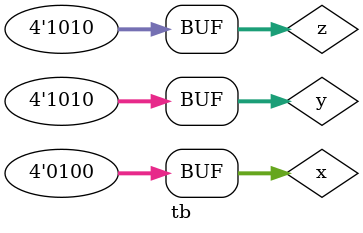
<source format=v>
`timescale 1ns / 1ps
module tb( );

reg [3:0] x,y,z;
wire sum,cout;
top t1(sum,cout,x,y,z);


initial begin
	x=4'b1010;
	y=4'b0110;
	z=4'b0101;
	#10
	x=4'b0100;
	y=4'b1010;
	z=4'b1010;
end

initial
	$monitor("x:%b, y:%b, z:%b, sum:%b, cout:%b",x,y,z,sum,cout);


endmodule

</source>
